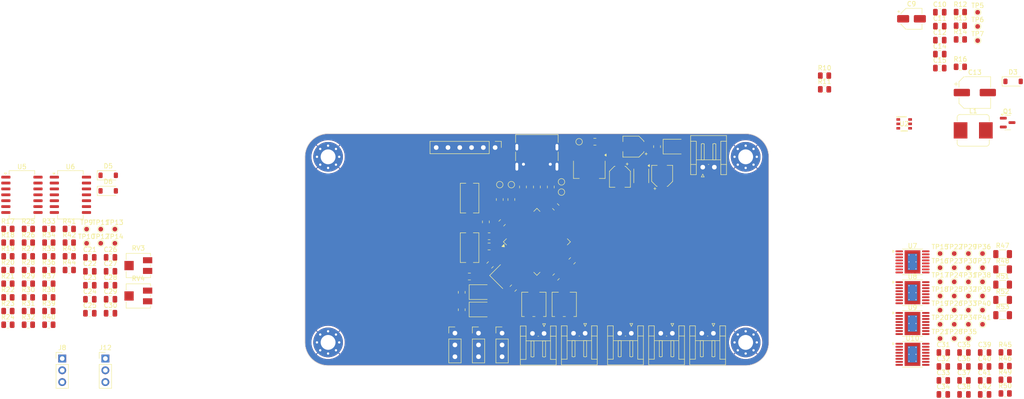
<source format=kicad_pcb>
(kicad_pcb (version 20240108) (generator "pcbnew") (generator_version "8.0")
  (layers (0 "F.Cu" signal "F.Cu - Signal") (1 "In1.Cu" signal "In1.Cu - Power") (2 "In2.Cu" signal "In2.Cu - Ground") (31 "B.Cu" signal "B.Cu - Signal") (34 "B.Paste" user) (35 "F.Paste" user) (36 "B.SilkS" user "B.Silkscreen") (37 "F.SilkS" user "F.Silkscreen") (38 "B.Mask" user) (39 "F.Mask" user) (44 "Edge.Cuts" user))
  (net 0 "")
  (net 1 "Net-(U5B-+)")
  (net 2 "Net-(U5D-+)")
  (net 3 "Net-(U5C-+)")
  (net 4 "Net-(U7-VINT)")
  (net 5 "Net-(U8-VINT)")
  (net 6 "Net-(U7-VCP)")
  (net 7 "Net-(U8-VCP)")
  (net 8 "Net-(U9-VINT)")
  (net 9 "Net-(U9-VCP)")
  (net 10 "/USB_CC2")
  (net 11 "MOTOR_01_N")
  (net 13 "/USB_CC1")
  (net 16 "UC_RST")
  (net 17 "+5V")
  (net 18 "-5V")
  (net 19 "/BATT_SENSE")
  (net 20 "Net-(U6B-+)")
  (net 21 "EMG_2_MIDPOINT")
  (net 22 "EMG_1_MIDPOINT")
  (net 23 "Net-(U6D-+)")
  (net 24 "Net-(U6C-+)")
  (net 25 "Net-(U5A-+)")
  (net 26 "GND")
  (net 27 "Net-(U10-VINT)")
  (net 28 "Net-(U10-VCP)")
  (net 29 "Net-(U5A--)")
  (net 30 "Net-(U5B--)")
  (net 31 "/HSE_IN")
  (net 32 "Net-(U5D--)")
  (net 33 "/HSE_OUT")
  (net 34 "LED_1")
  (net 35 "+BATT")
  (net 36 "LED_2")
  (net 37 "Net-(D5-A)")
  (net 38 "Net-(U5C--)")
  (net 39 "Net-(U7-AISEN)")
  (net 40 "Net-(U8-AISEN)")
  (net 41 "Net-(U9-AISEN)")
  (net 42 "Net-(U10-BISEN)")
  (net 43 "Net-(U2-VBST)")
  (net 44 "Net-(U2-SW)")
  (net 45 "Net-(U4-CAP+)")
  (net 46 "Net-(U4-CAP-)")
  (net 47 "Net-(C23-Pad1)")
  (net 48 "Net-(C23-Pad2)")
  (net 49 "Net-(C25-Pad2)")
  (net 50 "Net-(C25-Pad1)")
  (net 51 "/LED_1_K")
  (net 52 "/LED_2_K")
  (net 53 "BAT_P")
  (net 54 "Net-(U6A-+)")
  (net 55 "Net-(U6A--)")
  (net 56 "Net-(U6B--)")
  (net 57 "Net-(U6D--)")
  (net 58 "Net-(U6C--)")
  (net 59 "UC_SCL")
  (net 60 "UC_SDA")
  (net 61 "Net-(U10-AISEN)")
  (net 62 "UC_RX")
  (net 63 "UC_TX")
  (net 64 "HALL_SENS_01_S")
  (net 65 "HALL_SENS_02_S")
  (net 66 "HALL_SENS_03_S")
  (net 67 "MOTOR_01_P")
  (net 68 "MOTOR_02_N")
  (net 69 "MOTOR_02_P")
  (net 70 "MOTOR_03_N")
  (net 71 "MOTOR_03_P")
  (net 72 "HAPTIC_01_N")
  (net 73 "HAPTIC_01_P")
  (net 74 "EMG_01_N")
  (net 75 "EMG_01_P")
  (net 76 "HAPTIC_02_N")
  (net 77 "Net-(D6-A)")
  (net 78 "Net-(D3-A)")
  (net 79 "JTAG_RST")
  (net 80 "JTAG_TDI")
  (net 81 "JTAG_TDO")
  (net 82 "JTAG_TCK")
  (net 83 "JTAG_TMS")
  (net 84 "+3V3")
  (net 85 "Net-(D4-K)")
  (net 86 "/UC_BOOT")
  (net 87 "HAPTIC_02_P")
  (net 88 "EMG_02_N")
  (net 89 "EMG_02_P")
  (net 90 "USB_D-")
  (net 91 "USB_D+")
  (net 92 "Net-(U2-EN)")
  (net 93 "Net-(U2-VFB)")
  (net 94 "Net-(R18-Pad2)")
  (net 95 "Net-(R20-Pad2)")
  (net 96 "Net-(R37-Pad2)")
  (net 97 "TRIM_POT_01")
  (net 98 "TRIM_POT_02")
  (net 99 "BTN_01")
  (net 100 "EMG_02_UC")
  (net 101 "EMG_01_UC")
  (net 102 "MOTOR_01_EN")
  (net 103 "MOTOR_02_EN")
  (net 104 "MOTOR_03_EN")
  (net 105 "HAPTIC_EN")
  (net 106 "MOTOR_01_FAULT")
  (net 107 "MOTOR_02_FAULT")
  (net 108 "MOTOR_01_DIR")
  (net 109 "MOTOR_02_DIR")
  (net 110 "MOTOR_01_PWM")
  (net 111 "MOTOR_02_PWM")
  (net 112 "MOTOR_03_FAULT")
  (net 113 "HAPTIC_FAULT")
  (net 114 "MOTOR_03_DIR")
  (net 115 "HAPTIC_01_DIR")
  (net 116 "MOTOR_03_PWM")
  (net 117 "HAPTIC_01_PWM")
  (net 118 "HAPTIC_02_DIR")
  (net 119 "HAPTIC_02_PWM")
  (net 123 "Net-(R38-Pad2)")
  (footprint "TestPoint:TestPoint_Pad_D1.0mm" (layer "F.Cu") (at 245 73.85)
    (property "Reference" "TP5")
    (property "Value" "TP_BATT_P")
  )
  (footprint "Resistor_SMD:R_0805_2012Metric" (layer "F.Cu") (at 250.93 150.1)
    (property "Reference" "R46")
    (property "Value" "10k")
  )
  (footprint "Capacitor_SMD:C_0805_2012Metric" (layer "F.Cu") (at 58.1025 135.7)
    (property "Reference" "C29")
    (property "Value" "330n")
  )
  (footprint "MountingHole:MountingHole_3.2mm_M3_Pad_Via" (layer "F.Cu") (at 195 145)
    (property "Reference" "H4" (hide yes))
    (property "Value" "M3_Hole" (hide yes))
  )
  (footprint "TestPoint:TestPoint_Pad_D1.0mm" (layer "F.Cu") (at 246.05 135)
    (property "Reference" "TP39")
    (property "Value" "TP_MOT_3_OUT_N")
  )
  (footprint "TestPoint:TestPoint_Pad_D1.0mm" (layer "F.Cu") (at 243 131.95)
    (property "Reference" "TP31")
    (property "Value" "TP_MOT_3_IS")
  )
  (footprint "Capacitor_SMD:C_0805_2012Metric" (layer "F.Cu") (at 237.6 150.19)
    (property "Reference" "C32")
    (property "Value" "2u2")
  )
  (footprint "TestPoint:TestPoint_Pad_D1.0mm" (layer "F.Cu") (at 52.9525 120.59)
    (property "Reference" "TP9")
    (property "Value" "TP_EMG_1_AMP")
  )
  (footprint "Capacitor_SMD:C_0805_2012Metric" (layer "F.Cu") (at 236.84 79.85)
    (property "Reference" "C12")
    (property "Value" "100n")
  )
  (footprint "Resistor_SMD:R_0805_2012Metric" (layer "F.Cu") (at 35.9925 129.39)
    (property "Reference" "R20")
    (property "Value" "15k")
  )
  (footprint "TestPoint:TestPoint_Pad_D1.0mm" (layer "F.Cu") (at 59.0525 123.64)
    (property "Reference" "TP14")
    (property "Value" "TP_EMG_2_LP")
  )
  (footprint "Connector_JST:JST_EH_S2B-EH_1x02_P2.50mm_Horizontal" (layer "F.Cu") (at 170.35 143.035 180)
    (property "Reference" "J1" (hide yes))
    (property "Value" "CONN_MOTOR_1")
  )
  (footprint "Capacitor_SMD:C_0805_2012Metric" (layer "F.Cu") (at 58.1025 129.68)
    (property "Reference" "C27")
    (property "Value" "470n")
  )
  (footprint "Capacitor_SMD:C_0805_2012Metric" (layer "F.Cu") (at 154.075572 115.793592 -45)
    (property "Reference" "C5" (hide yes))
    (property "Value" "100n")
  )
  (footprint "TestPoint:TestPoint_Pad_D1.0mm" (layer "F.Cu") (at 243 141.1)
    (property "Reference" "TP34")
    (property "Value" "TP_MOT_3_UC1")
  )
  (footprint "Resistor_SMD:R_1206_3216Metric" (layer "F.Cu") (at 250.38 129.26)
    (property "Reference" "R48")
    (property "Value" "0R2")
  )
  (footprint "Capacitor_SMD:C_0805_2012Metric" (layer "F.Cu") (at 242.05 147.18)
    (property "Reference" "C35")
    (property "Value" "10u")
  )
  (footprint "TestPoint:TestPoint_Pad_D1.0mm" (layer "F.Cu") (at 245 79.95)
    (property "Reference" "TP7")
    (property "Value" "TP_V_5V")
  )
  (footprint "Resistor_SMD:R_0805_2012Metric" (layer "F.Cu") (at 40.4025 138.24)
    (property "Reference" "R31")
    (property "Value" "15k")
  )
  (footprint "Package_SO:HTSSOP-16-1EP_4.4x5mm_P0.65mm_EP3.4x5mm_Mask2.46x2.31mm_ThermalVias" (layer "F.Cu") (at 230.955 147.565)
    (property "Reference" "U10")
    (property "Value" "DRV8833PWP")
  )
  (footprint "Resistor_SMD:R_0805_2012Metric" (layer "F.Cu") (at 250.93 147.15)
    (property "Reference" "R45")
    (property "Value" "10k")
  )
  (footprint "Resistor_SMD:R_0805_2012Metric" (layer "F.Cu") (at 44.8125 126.44)
    (property "Reference" "R35")
    (property "Value" "1k")
  )
  (footprint "TestPoint:TestPoint_Pad_D1.0mm" (layer "F.Cu") (at 144.5 111 -90)
    (property "Reference" "TP3" (hide yes))
    (property "Value" "TP_UC_SCL")
  )
  (footprint "LED_SMD:LED_1210_3225Metric" (layer "F.Cu") (at 179.5 102.8)
    (property "Reference" "D4" (hide yes))
    (property "Value" "RED")
  )
  (footprint "TestPoint:TestPoint_Pad_D1.0mm" (layer "F.Cu") (at 236.9 141.1)
    (property "Reference" "TP20")
    (property "Value" "TP_MOT_2_FAULT")
  )
  (footprint "Potentiometer_SMD:Potentiometer_Vishay_TS53YJ_Vertical" (layer "F.Cu") (at 155.9 136.8 -90)
    (property "Reference" "RV1" (hide yes))
    (property "Value" "TRIM_POT_1")
  )
  (footprint "TestPoint:TestPoint_Pad_D1.0mm" (layer "F.Cu") (at 243 135)
    (property "Reference" "TP32")
    (property "Value" "TP_MOT_3_FAULT")
  )
  (footprint "Resistor_SMD:R_0805_2012Metric" (layer "F.Cu") (at 44.8125 141.19)
    (property "Reference" "R40")
    (property "Value" "1k")
  )
  (footprint "Capacitor_SMD:C_0805_2012Metric" (layer "F.Cu") (at 236.84 82.86)
    (property "Reference" "C14")
    (property "Value" "22u")
  )
  (footprint "Resistor_SMD:R_0805_2012Metric" (layer "F.Cu") (at 49.2225 120.54)
    (property "Reference" "R41")
    (property "Value" "10k")
  )
  (footprint "MountingHole:MountingHole_3.2mm_M3_Pad_Via" (layer "F.Cu") (at 105 105)
    (property "Reference" "H1" (hide yes))
    (property "Value" "M3_Hole" (hide yes))
  )
  (footprint "TestPoint:TestPoint_Pad_D1.0mm" (layer "F.Cu") (at 56.0025 123.64)
    (property "Reference" "TP12")
    (property "Value" "TP_EMG_2_HP")
  )
  (footprint "Resistor_SMD:R_0805_2012Metric" (layer "F.Cu") (at 153 111.5 -90)
    (property "Reference" "R1" (hide yes))
    (property "Value" "5k1")
  )
  (footprint "Resistor_SMD:R_0805_2012Metric" (layer "F.Cu") (at 250.93 153.05)
    (property "Reference" "R49")
    (property "Value" "10k")
  )
  (footprint "Capacitor_SMD:C_0805_2012Metric" (layer "F.Cu") (at 242.05 153.2)
    (property "Reference" "C37")
    (property "Value" "2u2")
  )
  (footprint "Resistor_SMD:R_0805_2012Metric" (layer "F.Cu") (at 44.8125 132.34)
    (property "Reference" "R37")
    (property "Value" "47k")
  )
  (footprint "Capacitor_SMD:C_0805_2012Metric" (layer "F.Cu") (at 58.1025 138.71)
    (property "Reference" "C30")
    (property "Value" "330n")
  )
  (footprint "Capacitor_SMD:C_0805_2012Metric" (layer "F.Cu") (at 157.603821 127.421841 -135)
    (property "Reference" "C4" (hide yes))
    (property "Value" "100n")
  )
  (footprint "Connector_PinHeader_2.54mm:PinHeader_1x03_P2.54mm_Vertical" (layer "F.Cu") (at 142.5 143)
    (property "Reference" "J13" (hide yes))
    (property "Value" "CONN_POS_3")
  )
  (footprint "Capacitor_SMD:C_0805_2012Metric" (layer "F.Cu") (at 154.13207 130.893593 -135)
    (property "Reference" "C3" (hide yes))
    (property "Value" "100n")
  )
  (footprint "Button_Switch_SMD:SW_Tactile_SPST_NO_Straight_CK_PTS636Sx25SMTRLFS" (layer "F.Cu") (at 135.5 124.575 90)
    (property "Reference" "SW1" (hide yes))
    (property "Value" "BTN_RST")
  )
  (footprint "Resistor_SMD:R_0805_2012Metric" (layer "F.Cu") (at 44.8125 129.39)
    (property "Reference" "R36")
    (property "Value" "1k")
  )
  (footprint "TestPoint:TestPoint_Pad_D1.0mm" (layer "F.Cu") (at 246.05 141.1)
    (property "Reference" "TP41")
    (property "Value" "TP_FDBK_MOT_2_UC2")
  )
  (footprint "Capacitor_SMD:C_0805_2012Metric" (layer "F.Cu") (at 142.503821 119.221841 45)
    (property "Reference" "C2" (hide yes))
    (property "Value" "100n")
  )
  (footprint "Capacitor_SMD:C_0805_2012Metric" (layer "F.Cu") (at 162.5 101.75)
    (property "Reference" "C17" (hide yes))
    (property "Value" "22u")
  )
  (footprint "TestPoint:TestPoint_Pad_D1.0mm" (layer "F.Cu") (at 155.3 112.6 -90)
    (property "Reference" "TP2" (hide yes))
    (property "Value" "TP_UC_RX")
  )
  (footprint "Diode_SMD:D_SOD-123" (layer "F.Cu") (at 252.635 88.75)
    (property "Reference" "D3")
    (property "Value" "5V Zener")
  )
  (footprint "TestPoint:TestPoint_Pad_D1.0mm" (layer "F.Cu") (at 239.95 144.15)
    (property "Reference" "TP28")
    (property "Value" "TP_MOT_2_OUT_N")
  )
  (footprint "Resistor_SMD:R_0805_2012Metric" (layer "F.Cu") (at 212 90.45)
    (property "Reference" "R11")
    (property "Value" "10k")
  )
  (footprint "Resistor_SMD:R_1206_3216Metric" (layer "F.Cu") (at 250.38 132.55)
    (property "Reference" "R51")
    (property "Value" "4R7")
  )
  (footprint "Capacitor_SMD:C_0805_2012Metric" (layer "F.Cu") (at 246.5 156.21)
    (property "Reference" "C42")
    (property "Value" "10u")
  )
  (footprint "Connector_JST:JST_EH_S2B-EH_1x02_P2.50mm_Horizontal" (layer "F.Cu") (at 151.55 143.0675 180)
    (property "Reference" "J7" (hide yes))
    (property "Value" "CONN_FDBK_1")
  )
  (footprint "Capacitor_SMD:CP_Elec_4x5.4" (layer "F.Cu") (at 230.74 75.25)
    (property "Reference" "C9")
    (property "Value" "10u")
  )
  (footprint "TestPoint:TestPoint_Pad_D1.0mm" (layer "F.Cu") (at 243 138.05)
    (property "Reference" "TP33")
    (property "Value" "TP_FDBK_MOT_FAULT")
  )
  (footprint "Capacitor_SMD:C_0805_2012Metric" (layer "F.Cu") (at 236.84 76.84)
    (property "Reference" "C11")
    (property "Value" "1u")
  )
  (footprint "Resistor_SMD:R_0805_2012Metric" (layer "F.Cu") (at 44.8125 135.29)
    (property "Reference" "R38")
    (property "Value" "47k")
  )
  (footprint "Diode_SMD:D_SOD-123" (layer "F.Cu") (at 57.6075 112.34)
    (property "Reference" "D6")
    (property "Value" "SS14")
  )
  (footprint "Resistor_SMD:R_0805_2012Metric" (layer "F.Cu") (at 175.9 102.8 90)
    (property "Reference" "R15" (hide yes))
    (property "Value" "4k7")
  )
  (footprint "TestPoint:TestPoint_Pad_D1.0mm" (layer "F.Cu") (at 246.05 131.95)
    (property "Reference" "TP38")
    (property "Value" "TP_MOT_3_OUT_P")
  )
  (footprint "Package_SO:MSOP-8_3x3mm_P0.65mm" (layer "F.Cu") (at 172.5 109.1125 -90)
    (property "Reference" "U4" (hide yes))
    (property "Value" "ICL7660")
  )
  (footprint "Package_SO:SO-14_5.3x10.2mm_P1.27mm" (layer "F.Cu") (at 39.0125 113.19)
    (property "Reference" "U5")
    (property "Value" "LM324")
  )
  (footprint "Connector_PinHeader_2.54mm:PinHeader_1x03_P2.54mm_Vertical" (layer "F.Cu") (at 57 148.475)
    (property "Reference" "J12")
    (property "Value" "CONN_EMG_2")
  )
  (footprint "TestPoint:TestPoint_Pad_D1.0mm" (layer "F.Cu") (at 236.9 131.95)
    (property "Reference" "TP17")
    (property "Value" "TP_MOT_1_IS")
  )
  (footprint "Resistor_SMD:R_0805_2012Metric" (layer "F.Cu") (at 241.27 85.6)
    (property "Reference" "R16")
    (property "Value" "10k")
  )
  (footprint "Capacitor_SMD:C_0805_2012Metric" (layer "F.Cu") (at 135.45 130.8 180)
    (property "Reference" "C1" (hide yes))
    (property "Value" "100n")
  )
  (footprint "Resistor_SMD:R_0805_2012Metric" (layer "F.Cu") (at 139.703821 122.121841)
    (property "Reference" "R9" (hide yes))
    (property "Value" "10k")
  )
  (footprint "Resistor_SMD:R_0805_2012Metric" (layer "F.Cu") (at 139.003821 119.021841 90)
    (property "Reference" "R6" (hide yes))
    (property "Value" "10k")
  )
  (footprint "Resistor_SMD:R_0805_2012Metric" (layer "F.Cu") (at 35.9925 135.29)
    (property "Reference" "R22")
    (property "Value" "1k")
  )
  (footprint "Capacitor_SMD:C_0805_2012Metric" (layer "F.Cu") (at 237.6 147.18)
    (property "Reference" "C31")
    (property "Value" "2u2")
  )
  (footprint "Package_SO:HTSSOP-16-1EP_4.4x5mm_P0.65mm_EP3.4x5mm_Mask2.46x2.31mm_ThermalVias" (layer "F.Cu") (at 230.955 134.285)
    (property "Reference" "U8")
    (property "Value" "DRV8833PWP")
  )
  (footprint "Capacitor_SMD:C_0805_2012Metric" (layer "F.Cu") (at 53.6525 138.71)
    (property "Reference" "C25")
    (property "Value" "470n")
  )
  (footprint "Capacitor_SMD:C_0805_2012Metric" (layer "F.Cu") (at 58.1025 132.69)
    (property "Reference" "C28")
    (property "Value" "470n")
  )
  (footprint "Potentiometer_SMD:Potentiometer_Vishay_TS53YJ_Vertical" (layer "F.Cu") (at 64.1025 128.44)
    (property "Reference" "RV3")
    (property "Value" "100k")
  )
  (footprint "Capacitor_SMD:C_0805_2012Metric" (layer "F.Cu") (at 53.6525 129.68)
    (property "Reference" "C22")
    (property "Value" "100n")
  )
  (footprint "Package_SO:HTSSOP-16-1EP_4.4x5mm_P0.65mm_EP3.4x5mm_Mask2.46x2.31mm_ThermalVias" (layer "F.Cu") (at 230.955 140.925)
    (property "Reference" "U9")
    (property "Value" "DRV8833PWP")
  )
  (footprint "Capacitor_SMD:C_0805_2012Metric" (layer "F.Cu") (at 237.6 156.21)
    (property "Reference" "C34")
    (property "Value" "10n")
  )
  (footprint "TestPoint:TestPoint_Pad_D1.0mm" (layer "F.Cu") (at 239.95 141.1)
    (property "Reference" "TP27")
    (property "Value" "TP_MOT_1_OUT_N")
  )
  (footprint "Resistor_SMD:R_0805_2012Metric" (layer "F.Cu") (at 147 111.5 -90)
    (property "Reference" "R2" (hide yes))
    (property "Value" "5k1")
  )
  (footprint "Capacitor_SMD:C_0805_2012Metric" (layer "F.Cu") (at 139.903821 128.298618 45)
    (property "Reference" "C7" (hide yes))
    (property "Value" "10p")
  )
  (footprint "Resistor_SMD:R_0805_2012Metric" (layer "F.Cu") (at 40.4025 129.39)
    (property "Reference" "R28")
    (property "Value" "15k")
  )
  (footprint "Resistor_SMD:R_0805_2012Metric" (layer "F.Cu") (at 44.8125 123.49)
    (property "Reference" "R34")
    (property "Value" "18k")
  )
  (footprint "Potentiometer_SMD:Potentiometer_Vishay_TS53YJ_Vertical" (layer "F.Cu") (at 149.35 136.8 -90)
    (property "Reference" "RV2" (hide yes))
    (property "Value" "TRIM_POT_2")
  )
  (footprint "Capacitor_SMD:C_0805_2012Metric" (layer "F.Cu") (at 53.6525 135.7)
    (property "Reference" "C24")
    (property "Value" "470n")
  )
  (footprint "Potentiometer_SMD:Potentiometer_Vishay_TS53YJ_Vertical" (layer "F.Cu") (at 64.1025 134.99)
    (property "Reference" "RV4")
    (property "Value" "100k")
  )
  (footprint "Connector_PinHeader_2.54mm:PinHeader_1x03_P2.54mm_Vertical" (layer "F.Cu") (at 132.34 143)
    (property "Reference" "J4" (hide yes))
    (property "Value" "CONN_POS_1")
  )
  (footprint "Resistor_SMD:R_0805_2012Metric" (layer "F.Cu") (at 212 87.5)
    (property "Reference" "R10")
    (property "Value" "47k")
  )
  (footprint "Resistor_SMD:R_1206_3216Metric" (layer "F.Cu") (at 250.38 135.84)
    (property "Reference" "R52")
    (property "Value" "0R2")
  )
  (footprint "Capacitor_SMD:C_0805_2012Metric" (layer "F.Cu") (at 58.1025 126.67)
    (property "Reference" "C26")
    (property "Value" "470n")
  )
  (footprint "Resistor_SMD:R_0805_2012Metric" (layer "F.Cu") (at 40.4025 123.49)
    (property "Reference" "R26")
    (property "Value" "1k")
  )
  (footprint "TestPoint:TestPoint_Pad_D1.0mm" (layer "F.Cu") (at 243 144.15)
    (property "Reference" "TP35")
    (property "Value" "TP_FDBK_MOT_1_UC1")
  )
  (footprint "Package_SO:SO-14_5.3x10.2mm_P1.27mm" (layer "F.Cu") (at 49.4625 113.19)
    (property "Reference" "U6")
    (property "Value" "LM324")
  )
  (footprint "Connector_JST:JST_EH_S2B-EH_1x02_P2.50mm_Horizontal" (layer "F.Cu") (at 185.75 107.2325)
    (property "Reference" "J3" (hide yes))
    (property "Value" "CONN_BATT")
  )
  (footprint "TestPoint:TestPoint_Pad_D1.0mm" (layer "F.Cu") (at 239.95 131.95)
    (property "Reference" "TP24")
    (property "Value" "TP_MOT_2_UC2")
  )
  (footprint "TestPoint:TestPoint_Pad_D1.0mm" (layer "F.Cu") (at 59.0525 120.59)
    (property "Reference" "TP13")
    (property "Value" "TP_EMG_1_LP")
  )
  (footprint "Resistor_SMD:R_0805_2012Metric" (layer "F.Cu") (at 44.8125 138.24)
    (property "Reference" "R39")
    (property "Value" "1k")
  )
  (footprint "TestPoint:TestPoint_Pad_D1.0mm" (layer "F.Cu") (at 246.05 125.85)
    (property "Reference" "TP36")
    (property "Value" "TP_MOT_3_UC2")
  )
  (footprint "Resistor_SMD:R_0805_2012Metric" (layer "F.Cu") (at 150 111.5 -90)
    (property "Reference" "R3" (hide yes))
    (property "Value" "1.5k")
  )
  (footprint "Capacitor_SMD:C_0805_2012Metric" (layer "F.Cu") (at 236.84 85.87)
    (property "Reference" "C15")
    (property "Value" "1u")
  )
  (footprint "Capacitor_SMD:C_0805_2012Metric" (layer "F.Cu") (at 144.903821 133.298618 -135)
    (property "Reference" "C8" (hide yes))
    (property "Value" "10p")
  )
  (footprint "Capacitor_SMD:C_0805_2012Metric" (layer "F.Cu") (at 236.84 73.83)
    (property "Reference" "C10")
    (property "Value" "10u")
  )
  (footprint "TestPoint:TestPoint_Pad_D1.0mm" (layer "F.Cu") (at 239.95 128.9)
    (property "Reference" "TP23")
    (property "Value" "TP_MOT_1_UC2")
  )
  (footprint "Package_TO_SOT_SMD:SOT-223-3_TabPin2" (layer "F.Cu") (at 161.3 107.75 -90)
    (property "Reference" "U3" (hide yes))
    (property "Value" "AMS1117-3.3")
  )
  (footprint "Resistor_SMD:R_0805_2012Metric" (layer "F.Cu") (at 40.4025 135.29)
    (property "Reference" "R30")
    (property "Value" "47k")
  )
  (footprint "TestPoint:TestPoint_Pad_D1.0mm" (layer "F.Cu") (at 239.95 138.05)
    (property "Reference" "TP26")
    (property "Value" "TP_MOT_2_OUT_P")
  )
  (footprint "Inductor_SMD:L_Bourns_SRP7028A_7.3x6.6mm" (layer "F.Cu") (at 244.04 99.3)
    (property "Reference" "L1")
    (property "Value" "3.3uH")
  )
  (footprint "Capacitor_SMD:CP_Elec_6.3x5.4" (layer "F.Cu") (at 244.39 91.15)
    (property "Reference" "C13")
    (property "Value" "47u")
  )
  (footprint "Resistor_SMD:R_0805_2012Metric" (layer "F.Cu") (at 144.5 114.2 -90)
    (property "Reference" "R5" (hide yes))
    (property "Value" "4k7")
  )
  (footprint "Capacitor_SMD:CP_Elec_4x5.4" (layer "F.Cu") (at 177 109.1 90)
    (property "Reference" "C19" (hide yes))
    (property "Value" "10u")
  )
  (footprint "Capacitor_SMD:CP_Elec_4x5.4" (layer "F.Cu") (at 170.8 102.8 180)
    (property "Reference" "C20" (hide yes))
    (property "Value" "10u")
  )
  (footprint "TestPoint:TestPoint_Pad_D1.0mm" (layer "F.Cu") (at 243 125.85)
    (property "Reference" "TP29")
    (property "Value" "TP_MOT_3_EN")
  )
  (footprint "Resistor_SMD:R_0805_2012Metric" (layer "F.Cu") (at 40.4025 132.34)
    (property "Reference" "R29")
    (property "Value" "10k")
  )
  (footprint "Resistor_SMD:R_0805_2012Metric" (layer "F.Cu") (at 241.27 73.8)
    (property "Reference" "R12")
    (property "Value" "10k")
  )
  (footprint "Resistor_SMD:R_0805_2012Metric" (layer "F.Cu") (at 40.4025 126.44)
    (property "Reference" "R27")
    (property "Value" "47k")
  )
  (footprint "TestPoint:TestPoint_Pad_D1.0mm" (layer "F.Cu") (at 142 111 -90)
    (property "Reference" "TP4" (hide yes))
    (property "Value" "TP_UC_SDA")
  )
  (footprint "TestPoint:TestPoint_Pad_D1.0mm" (layer "F.Cu") (at 246.05 138.05)
    (property "Reference" "TP40")
    (property "Value" "TP_FDBK_MOT_2_UC1")
  )
  (footprint "Resistor_SMD:R_0805_2012Metric" (layer "F.Cu") (at 44.8125 120.54)
    (property "Reference" "R33")
    (property "Value" "18k")
  )
  (footprint "Resistor_SMD:R_1206_3216Metric" (layer "F.Cu") (at 250.38 139.13)
    (property "Reference" "R53")
    (property "Value" "4R7")
  )
  (footprint "Resistor_SMD:R_1206_3216Metric" (layer "F.Cu") (at 250.38 125.97)
    (property "Reference" "R47")
    (property "Value" "0R2")
  )
  (footprint "MountingHole:MountingHole_3.2mm_M3_Pad_Via" (layer "F.Cu") (at 105 145)
    (property "Reference" "H3" (hide yes))
    (property "Value" "M3_Hole" (hide yes))
  )
  (footprint "Connector_PinHeader_2.54mm:PinHeader_1x03_P2.54mm_Vertical" (layer "F.Cu") (at 137.42 143)
    (property "Reference" "J9" (hide yes))
    (property "Value" "CONN_POS_2")
  )
  (footprint "Capacitor_SMD:CP_Elec_4x5.4" (layer "F.Cu") (at 167.9 109.3 -90)
    (property "Reference" "C16" (hide yes))
    (property "Value" "10u")
  )
  (footprint "TestPoint:TestPoint_Pad_D1.0mm" (layer "F.Cu") (at 155.3 110.4 -90)
    (property "Reference" "TP1" (hide yes))
    (property "Value" "TP_UC_TX")
  )
  (footprint "Resistor_SMD:R_0805_2012Metric" (layer "F.Cu") (at 35.9925 138.24)
    (property "Reference" "R23")
    (property "Value" "1k")
  )
  (footprint "Connector_USB:USB_C_Receptacle_G-Switch_GT-USB-7010ASV" (layer "F.Cu") (at 150 104 180)
    (property "Reference" "J5" (hide yes))
    (property "Value" "CONN_USB_C")
  )
  (footprint "TestPoint:TestPoint_Pad_D1.0mm" (layer "F.Cu") (at 236.9 128.9)
    (property "Reference" "TP16")
    (property "Value" "TP_MOT_2_EN")
  )
  (footprint "LED_SMD:LED_1210_3225Metric" (layer "F.Cu") (at 137.695 134.155)
    (property "Reference" "D1" (hide yes))
    (property "Value" "RED")
  )
  (footprint "Capacitor_SMD:C_0805_2012Metric" (layer "F.Cu") (at 53.6525 132.69)
    (property "Reference" "C23")
    (property "Value" "470n")
  )
  (footprint "Resistor_SMD:R_0805_2012Metric" (layer "F.Cu") (at 142 114.2 -90)
    (property "Reference" "R4" (hide yes))
    (property "Value" "4k7")
  )
  (footprint "Capacitor_SMD:C_0805_2012Metric" (layer "F.Cu") (at 53.6525 126.67)
    (property "Reference" "C21")
    (property "Value" "100n")
  )
  (footprint "Resistor_SMD:R_0805_2012Metric" (layer "F.Cu") (at 35.9925 126.44)
    (property "Reference" "R19")
    (property "Value" "47k")
  )
  (footprint "Button_Switch_SMD:SW_Tactile_SPST_NO_Straight_CK_PTS636Sx25SMTRLFS" (layer "F.Cu") (at 135.5 113.9 90)
    (property "Reference" "SW2" (hide yes))
    (property "Value" "SW_Push")
  )
  (footprint "Package_TO_SOT_SMD:SOT-23" (layer "F.Cu") (at 251.46 97.625)
    (property "Reference" "Q1")
    (property "Value" "AO3401A")
  )
  (footprint "Package_SO:HTSSOP-16-1EP_4.4x5mm_P0.65mm_EP3.4x5mm_Mask2.46x2.31mm_ThermalVias" (layer "F.Cu") (at 230.955 127.645)
    (property "Reference" "U7")
    (property "Value" "DRV8833PWP")
  )
  (footprint "Resistor_SMD:R_0805_2012Metric" (layer "F.Cu") (at 49.2225 123.49)
    (property "Reference" "R42")
    (property "Value" "10k")
  )
  (footprint "TestPoint:TestPoint_Pad_D1.0mm" (layer "F.Cu") (at 239.95 135)
    (property "Reference" "TP25")
    (property "Value" "TP_MOT_1_OUT_P")
  )
  (footprint "Resistor_SMD:R_0805_2012Metric" (layer "F.Cu") (at 40.4025 141.19)
    (property "Reference" "R32")
    (property "Value" "10k")
  )
  (footprint "Resistor_SMD:R_0805_2012Metric" (layer "F.Cu") (at 35.9925 120.54)
    (property "Reference" "R17")
    (property "Value" "47k")
  )
  (footprint "Connector_JST:JST_EH_S2B-EH_1x02_P2.50mm_Horizontal" (layer "F.Cu") (at 179.2 143.035 180)
    (property "Reference" "J2" (hide yes))
    (property "Value" "CONN_MOTOR_2")
  )
  (footprint "TestPoint:TestPoint_Pad_D1.0mm" (layer "F.Cu") (at 56.0025 120.59)
    (property "Reference" "TP11")
    (property "Value" "TP_EMG_1_HP")
  )
  (footprint "Connector_PinHeader_2.54mm:PinHeader_1x03_P2.54mm_Vertical" (layer "F.Cu") (at 47.7 148.475)
    (property "Reference" "J8")
    (property "Value" "CONN_EMG_1")
  )
  (footprint "Connector_JST:JST_EH_S2B-EH_1x02_P2.50mm_Horizontal" (layer "F.Cu") (at 188.05 143.035 180)
    (property "Reference" "J6" (hide yes))
    (property "Value" "CONN_MOTOR_3")
  )
  (footprint "Resistor_SMD:R_0805_2012Metric" (layer "F.Cu") (at 133.8 134.2 -90)
    (property "Reference" "R7" (hide yes))
    (property "Value" "4k7")
  )
  (footprint "MountingHole:MountingHole_3.2mm_M3_Pad_Via" (layer "F.Cu") (at 195 105)
    (property "Reference" "H2" (hide yes))
    (property "Value" "M3_Hole" (hide yes))
  )
  (footprint "Resistor_SMD:R_0805_2012Metric" (layer "F.Cu") (at 49.2225 129.39)
    (property "Reference" "R44")
    (property "Value" "18k")
  )
  (footprint "TestPoint:TestPoint_Pad_D1.0mm" (layer "F.Cu") (at 236.9 125.85)
    (property "Reference" "TP15")
    (property "Value" "TP_MOT_1_EN")
  )
  (footprint "Capacitor_SMD:C_0805_2012Metric" (layer "F.Cu") (at 237.6 153.2)
    (property "Reference" "C33")
    (property "Value" "10n")
  )
  (footprint "Resistor_SMD:R_0805_2012Metric" (layer "F.Cu") (at 35.9925 132.34)
    (property "Reference" "R21")
    (property "Value" "1k")
  )
  (footprint "Resistor_SMD:R_0805_2012Metric" (layer "F.Cu") (at 35.9925 141.19)
    (property "Reference" "R24")
    (property "Value" "1k")
  )
  (footprint "Crystal:Crystal_SMD_3225-4Pin_3.2x2.5mm" (layer "F.Cu") (at 142.403821 130.821841 -45)
    (property "Reference" "Y1" (hide yes))
    (property "Value" "16MHz")
  )
  (footprint "Resistor_SMD:R_0805_2012Metric" (layer "F.Cu") (at 49.2225 126.44)
    (property "Reference" "R43")
    (property "Value" "18k")
  )
  (footprint "Capacitor_SMD:C_0805_2012Metric" (layer "F.Cu") (at 242.05 150.19)
    (property "Reference" "C36")
    (property "Value" "10u")
  )
  (footprint "TestPoint:TestPoint_Pad_D1.0mm" (layer "F.Cu") (at 239.95 125.85)
    (property "Reference" "TP22")
    (property "Value" "TP_MOT_2_UC1")
  )
  (footprint "TestPoint:TestPoint_Pad_D1.0mm" (layer "F.Cu") (at 159.1 101.75)
    (property "Reference" "TP8" (hide yes))
    (property "Value" "TP_V_3V3")
  )
  (footprint "LED_SMD:LED_1210_3225Metric" (layer "F.Cu") (at 137.695 137.905)
    (property "Reference" "D2" (hide yes))
    (property "Value" "GREEN")
  )
  (footprint "TestPoint:TestPoint_Pad_D1.0mm" (layer "F.Cu") (at 236.9 135)
    (property "Reference" "TP18")
    (property "Value" "TP_MOT_1_FAULT")
  )
  (footprint "Resistor_SMD:R_0805_2012Metric" (layer "F.Cu") (at 241.27 76.75)
    (property "Reference" "R13")
    (property "Value" "54.9k")
  )
  (footprint "Capacitor_SMD:C_0805_2012Metric" (layer "F.Cu") (at 246.5 150.19)
    (property "Reference" "C40")
    (property "Value" "10n")
  )
  (footprint "TestPoint:TestPoint_Pad_D1.0mm" (layer "F.Cu") (at 236.9 144.15)
    (property "Reference" "TP21")
    (property "Value" "TP_MOT_1_UC1")
  )
  (footprint "Diode_SMD:D_SOD-123" (layer "F.Cu") (at 57.6075 108.99)
    (property "Reference" "D5")
    (property "Value" "SS14")
  )
  (footprint "TestPoint:TestPoint_Pad_D1.0mm" (layer "F.Cu") (at 236.9 138.05)
    (property "Reference" "TP19")
    (property "Value" "TP_MOT_2_IS")
  )
  (footprint "Capacitor_SMD:C_0805_2012Metric" (layer "F.Cu") (at 246.5 153.2)
    (property "Reference" "C41")
    (property "Value" "10u")
  )
  (footprint "Resistor_SMD:R_0805_2012Metric" (layer "F.Cu") (at 35.9925 123.49)
    (property "Reference" "R18")
    (property "Value" "15k")
  )
  (footprint "Capacitor_SMD:C_0805_2012Metric" (layer "F.Cu") (at 246.5 147.18)
    (property "Reference" "C39")
    (property "Value" "10n")
  )
  (footprint "Resistor_SMD:R_0805_2012Metric" (layer "F.Cu") (at 40.4025 120.54)
    (property "Reference" "R25")
    (property "Value" "1k")
  )
  (footprint "TPS565201DDCR:TPS565201DDCR_L" (layer "F.Cu") (at 229.165 97.900002)
    (property "Reference" "U2")
    (property "Value" "TPS565201DDCR")
  )
  (footprint "Resistor_SMD:R_0805_2012Metric" (layer "F.Cu") (at 133.8 137.96 90)
    (property "Reference" "R8" (hide yes))
    (property "Value" "4k7")
  )
  (footprint "Resistor_SMD:R_0805_2012Metric" (layer "F.Cu") (at 241.27 79.7)
    (property "Reference" "R14")
    (property "Value" "47k")
  )
  (footprint "TestPoint:TestPoint_Pad_D1.0mm" (layer "F.Cu") (at 246.05 128.9)
    (property "Reference" "TP37")
    (property "Value" "TP_FDBK_MOT_1_UC2")
  )
  (footprint "TestPoint:TestPoint_Pad_D1.0mm" (layer "F.Cu") (at 245 76.9)
    (property "Reference" "TP6")
    (property "Value" "TP_V_BATT")
  )
  (footprint "Capacitor_SMD:C_0805_2012Metric" (layer "F.Cu") (at 242.05 156.21)
    (property "Reference" "C38")
    (property "Value" "2u2")
  )
  (footprint "TestPoint:TestPoint_Pad_D1.0mm" (layer "F.Cu") (at 243 128.9)
    (property "Reference" "TP30")
    (property "Value" "TP_FDBK_MOT_EN")
  )
  (footprint "Capacitor_SMD:C_0805_2012Metric" (layer "F.Cu") (at 139.703821 124.321841 180)
    (property "Reference" "C6" (hide yes))
    (property "Value" "1u")
  )
  (footprint "Connector_JST:JST_EH_S2B-EH_1x02_P2.50mm_Horizontal" (layer "F.Cu") (at 160.4 143.035 180)
    (property "Reference" "J11" (hide yes))
    (property "Value" "CONN_FDBK_2")
  )
  (footprint "Package_QFP:LQFP-64_10x10mm_P0.5mm" (layer "F.Cu") (at 150.003821 123.321841 45)
    (property "Reference" "U1" (hide yes))
    (property "Value" "STM32F103RETx")
  )
  (footprint "TestPoint:TestPoint_Pad_D1.0mm" (layer "F.Cu") (at 52.9525 123.64)
    (property "Reference" "TP10")
    (property "Value" "TP_EMG_2_AMP")
  )
  (footprint "Connector_PinHeader_2.54mm:PinHeader_1x06_P2.54mm_Vertical" (layer "F.Cu") (at 141 103 -90)
    (property "Reference" "J10" (hide yes))
    (property "Value" "CONN_JTAG")
  )
  (footprint "Resistor_SMD:R_0805_2012Metric" (layer "F.Cu") (at 250.93 156)
    (property "Reference" "R50")
    (property "Value" "10k")
  )
  (gr_arc (start 100 105) (mid 101.464466 101.464466) (end 105 100) (stroke (width 0.1)) (layer "Edge.Cuts"))
  (gr_arc (start 195 100) (mid 198.535534 101.464466) (end 200 105) (stroke (width 0.1)) (layer "Edge.Cuts"))
  (gr_line (start 195 150) (end 105 150) (stroke (width 0.1)) (layer "Edge.Cuts"))
  (gr_line (start 200 105) (end 200 145) (stroke (width 0.1)) (layer "Edge.Cuts"))
  (gr_line (start 105 100) (end 195 100) (stroke (width 0.1)) (layer "Edge.Cuts"))
  (gr_arc (start 105 150) (mid 101.464466 148.535534) (end 100 145) (stroke (width 0.1)) (layer "Edge.Cuts"))
  (gr_arc (start 200 145) (mid 198.535534 148.535534) (end 195 150) (stroke (width 0.1)) (layer "Edge.Cuts"))
  (gr_line (start 100 145) (end 100 105) (stroke (width 0.1)) (layer "Edge.Cuts"))
  (zone (net 26) (net_name "GND") (layers "F.Cu" "In2.Cu" "B.Cu") (connect_pads (clearance 0.2)) (min_thickness 0.2) (fill yes (thermal_gap 0.4) (thermal_bridge_width 0.2))
    (polygon (pts (xy 100 100) (xy 200 100) (xy 200 150) (xy 100 150)))
  )
)
</source>
